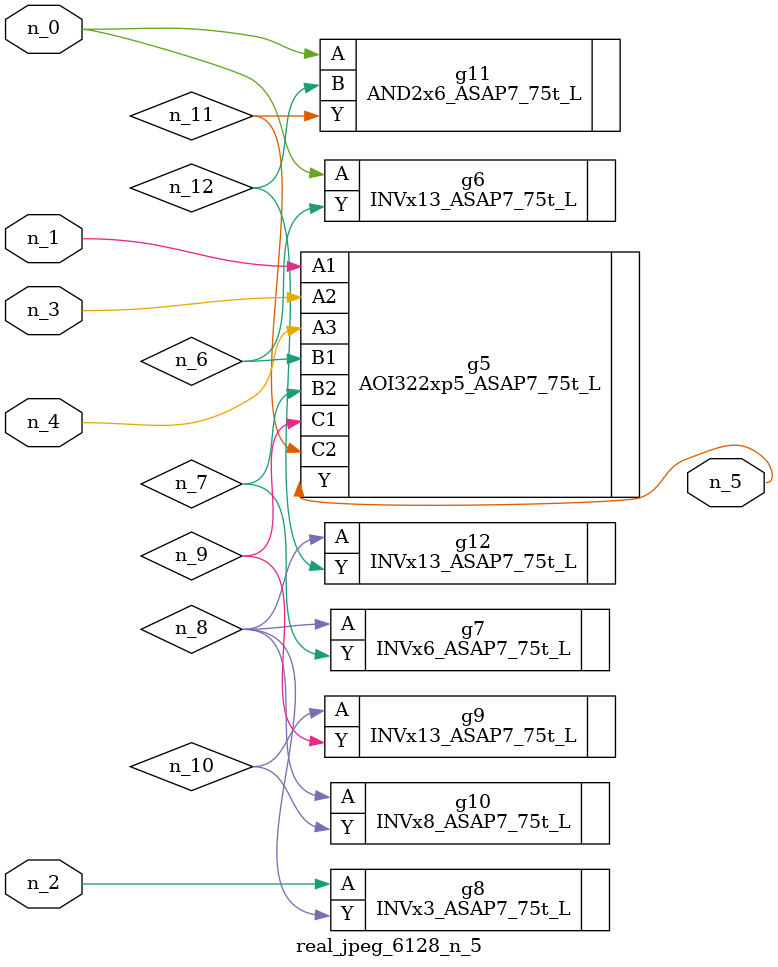
<source format=v>
module real_jpeg_6128_n_5 (n_4, n_0, n_1, n_2, n_3, n_5);

input n_4;
input n_0;
input n_1;
input n_2;
input n_3;

output n_5;

wire n_12;
wire n_8;
wire n_11;
wire n_6;
wire n_7;
wire n_10;
wire n_9;

INVx13_ASAP7_75t_L g6 ( 
.A(n_0),
.Y(n_6)
);

AND2x6_ASAP7_75t_L g11 ( 
.A(n_0),
.B(n_12),
.Y(n_11)
);

AOI322xp5_ASAP7_75t_L g5 ( 
.A1(n_1),
.A2(n_3),
.A3(n_4),
.B1(n_6),
.B2(n_7),
.C1(n_9),
.C2(n_11),
.Y(n_5)
);

INVx3_ASAP7_75t_L g8 ( 
.A(n_2),
.Y(n_8)
);

INVx6_ASAP7_75t_L g7 ( 
.A(n_8),
.Y(n_7)
);

INVx8_ASAP7_75t_L g10 ( 
.A(n_8),
.Y(n_10)
);

INVx13_ASAP7_75t_L g12 ( 
.A(n_8),
.Y(n_12)
);

INVx13_ASAP7_75t_L g9 ( 
.A(n_10),
.Y(n_9)
);


endmodule
</source>
